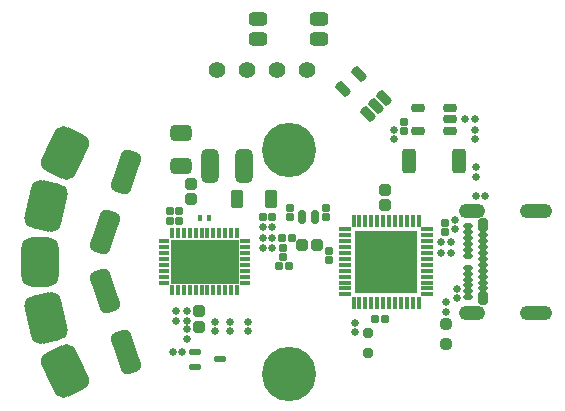
<source format=gts>
G04*
G04 #@! TF.GenerationSoftware,Altium Limited,Altium Designer,21.5.1 (32)*
G04*
G04 Layer_Color=8388736*
%FSLAX25Y25*%
%MOIN*%
G70*
G04*
G04 #@! TF.SameCoordinates,9F226A22-D70E-441E-867E-09538FDFB880*
G04*
G04*
G04 #@! TF.FilePolarity,Negative*
G04*
G01*
G75*
G04:AMPARAMS|DCode=23|XSize=31.5mil|YSize=31.5mil|CornerRadius=7.87mil|HoleSize=0mil|Usage=FLASHONLY|Rotation=90.000|XOffset=0mil|YOffset=0mil|HoleType=Round|Shape=RoundedRectangle|*
%AMROUNDEDRECTD23*
21,1,0.03150,0.01575,0,0,90.0*
21,1,0.01575,0.03150,0,0,90.0*
1,1,0.01575,0.00787,0.00787*
1,1,0.01575,0.00787,-0.00787*
1,1,0.01575,-0.00787,-0.00787*
1,1,0.01575,-0.00787,0.00787*
%
%ADD23ROUNDEDRECTD23*%
G04:AMPARAMS|DCode=32|XSize=15.75mil|YSize=19.68mil|CornerRadius=3.94mil|HoleSize=0mil|Usage=FLASHONLY|Rotation=180.000|XOffset=0mil|YOffset=0mil|HoleType=Round|Shape=RoundedRectangle|*
%AMROUNDEDRECTD32*
21,1,0.01575,0.01181,0,0,180.0*
21,1,0.00787,0.01968,0,0,180.0*
1,1,0.00787,-0.00394,0.00591*
1,1,0.00787,0.00394,0.00591*
1,1,0.00787,0.00394,-0.00591*
1,1,0.00787,-0.00394,-0.00591*
%
%ADD32ROUNDEDRECTD32*%
G04:AMPARAMS|DCode=33|XSize=53.33mil|YSize=71.11mil|CornerRadius=13.33mil|HoleSize=0mil|Usage=FLASHONLY|Rotation=270.000|XOffset=0mil|YOffset=0mil|HoleType=Round|Shape=RoundedRectangle|*
%AMROUNDEDRECTD33*
21,1,0.05333,0.04444,0,0,270.0*
21,1,0.02667,0.07111,0,0,270.0*
1,1,0.02667,-0.02222,-0.01333*
1,1,0.02667,-0.02222,0.01333*
1,1,0.02667,0.02222,0.01333*
1,1,0.02667,0.02222,-0.01333*
%
%ADD33ROUNDEDRECTD33*%
G04:AMPARAMS|DCode=34|XSize=41.34mil|YSize=62.99mil|CornerRadius=10.34mil|HoleSize=0mil|Usage=FLASHONLY|Rotation=0.000|XOffset=0mil|YOffset=0mil|HoleType=Round|Shape=RoundedRectangle|*
%AMROUNDEDRECTD34*
21,1,0.04134,0.04232,0,0,0.0*
21,1,0.02067,0.06299,0,0,0.0*
1,1,0.02067,0.01034,-0.02116*
1,1,0.02067,-0.01034,-0.02116*
1,1,0.02067,-0.01034,0.02116*
1,1,0.02067,0.01034,0.02116*
%
%ADD34ROUNDEDRECTD34*%
G04:AMPARAMS|DCode=47|XSize=45.37mil|YSize=33.56mil|CornerRadius=9.89mil|HoleSize=0mil|Usage=FLASHONLY|Rotation=90.000|XOffset=0mil|YOffset=0mil|HoleType=Round|Shape=RoundedRectangle|*
%AMROUNDEDRECTD47*
21,1,0.04537,0.01378,0,0,90.0*
21,1,0.02559,0.03356,0,0,90.0*
1,1,0.01978,0.00689,0.01280*
1,1,0.01978,0.00689,-0.01280*
1,1,0.01978,-0.00689,-0.01280*
1,1,0.01978,-0.00689,0.01280*
%
%ADD47ROUNDEDRECTD47*%
G04:AMPARAMS|DCode=48|XSize=17.81mil|YSize=33.56mil|CornerRadius=5.95mil|HoleSize=0mil|Usage=FLASHONLY|Rotation=90.000|XOffset=0mil|YOffset=0mil|HoleType=Round|Shape=RoundedRectangle|*
%AMROUNDEDRECTD48*
21,1,0.01781,0.02165,0,0,90.0*
21,1,0.00591,0.03356,0,0,90.0*
1,1,0.01191,0.01083,0.00295*
1,1,0.01191,0.01083,-0.00295*
1,1,0.01191,-0.01083,-0.00295*
1,1,0.01191,-0.01083,0.00295*
%
%ADD48ROUNDEDRECTD48*%
G04:AMPARAMS|DCode=49|XSize=41.43mil|YSize=39.47mil|CornerRadius=11.37mil|HoleSize=0mil|Usage=FLASHONLY|Rotation=180.000|XOffset=0mil|YOffset=0mil|HoleType=Round|Shape=RoundedRectangle|*
%AMROUNDEDRECTD49*
21,1,0.04143,0.01673,0,0,180.0*
21,1,0.01870,0.03947,0,0,180.0*
1,1,0.02273,-0.00935,0.00837*
1,1,0.02273,0.00935,0.00837*
1,1,0.02273,0.00935,-0.00837*
1,1,0.02273,-0.00935,-0.00837*
%
%ADD49ROUNDEDRECTD49*%
G04:AMPARAMS|DCode=50|XSize=27.26mil|YSize=28.84mil|CornerRadius=8.32mil|HoleSize=0mil|Usage=FLASHONLY|Rotation=0.000|XOffset=0mil|YOffset=0mil|HoleType=Round|Shape=RoundedRectangle|*
%AMROUNDEDRECTD50*
21,1,0.02726,0.01221,0,0,0.0*
21,1,0.01063,0.02884,0,0,0.0*
1,1,0.01663,0.00532,-0.00610*
1,1,0.01663,-0.00532,-0.00610*
1,1,0.01663,-0.00532,0.00610*
1,1,0.01663,0.00532,0.00610*
%
%ADD50ROUNDEDRECTD50*%
G04:AMPARAMS|DCode=51|XSize=27.26mil|YSize=28.84mil|CornerRadius=8.32mil|HoleSize=0mil|Usage=FLASHONLY|Rotation=270.000|XOffset=0mil|YOffset=0mil|HoleType=Round|Shape=RoundedRectangle|*
%AMROUNDEDRECTD51*
21,1,0.02726,0.01221,0,0,270.0*
21,1,0.01063,0.02884,0,0,270.0*
1,1,0.01663,-0.00610,-0.00532*
1,1,0.01663,-0.00610,0.00532*
1,1,0.01663,0.00610,0.00532*
1,1,0.01663,0.00610,-0.00532*
%
%ADD51ROUNDEDRECTD51*%
G04:AMPARAMS|DCode=52|XSize=41.43mil|YSize=39.47mil|CornerRadius=11.37mil|HoleSize=0mil|Usage=FLASHONLY|Rotation=90.000|XOffset=0mil|YOffset=0mil|HoleType=Round|Shape=RoundedRectangle|*
%AMROUNDEDRECTD52*
21,1,0.04143,0.01673,0,0,90.0*
21,1,0.01870,0.03947,0,0,90.0*
1,1,0.02273,0.00837,0.00935*
1,1,0.02273,0.00837,-0.00935*
1,1,0.02273,-0.00837,-0.00935*
1,1,0.02273,-0.00837,0.00935*
%
%ADD52ROUNDEDRECTD52*%
G04:AMPARAMS|DCode=53|XSize=37.5mil|YSize=37.5mil|CornerRadius=10.87mil|HoleSize=0mil|Usage=FLASHONLY|Rotation=90.000|XOffset=0mil|YOffset=0mil|HoleType=Round|Shape=RoundedRectangle|*
%AMROUNDEDRECTD53*
21,1,0.03750,0.01575,0,0,90.0*
21,1,0.01575,0.03750,0,0,90.0*
1,1,0.02175,0.00787,0.00787*
1,1,0.02175,0.00787,-0.00787*
1,1,0.02175,-0.00787,-0.00787*
1,1,0.02175,-0.00787,0.00787*
%
%ADD53ROUNDEDRECTD53*%
G04:AMPARAMS|DCode=54|XSize=23.72mil|YSize=23.72mil|CornerRadius=7.43mil|HoleSize=0mil|Usage=FLASHONLY|Rotation=0.000|XOffset=0mil|YOffset=0mil|HoleType=Round|Shape=RoundedRectangle|*
%AMROUNDEDRECTD54*
21,1,0.02372,0.00886,0,0,0.0*
21,1,0.00886,0.02372,0,0,0.0*
1,1,0.01486,0.00443,-0.00443*
1,1,0.01486,-0.00443,-0.00443*
1,1,0.01486,-0.00443,0.00443*
1,1,0.01486,0.00443,0.00443*
%
%ADD54ROUNDEDRECTD54*%
G04:AMPARAMS|DCode=55|XSize=45.37mil|YSize=63.09mil|CornerRadius=12.84mil|HoleSize=0mil|Usage=FLASHONLY|Rotation=90.000|XOffset=0mil|YOffset=0mil|HoleType=Round|Shape=RoundedRectangle|*
%AMROUNDEDRECTD55*
21,1,0.04537,0.03740,0,0,90.0*
21,1,0.01968,0.06309,0,0,90.0*
1,1,0.02568,0.01870,0.00984*
1,1,0.02568,0.01870,-0.00984*
1,1,0.02568,-0.01870,-0.00984*
1,1,0.02568,-0.01870,0.00984*
%
%ADD55ROUNDEDRECTD55*%
%ADD56O,0.04300X0.01542*%
%ADD57O,0.01542X0.04300*%
%ADD58R,0.20600X0.20600*%
G04:AMPARAMS|DCode=59|XSize=25.68mil|YSize=45.37mil|CornerRadius=7.92mil|HoleSize=0mil|Usage=FLASHONLY|Rotation=0.000|XOffset=0mil|YOffset=0mil|HoleType=Round|Shape=RoundedRectangle|*
%AMROUNDEDRECTD59*
21,1,0.02568,0.02953,0,0,0.0*
21,1,0.00984,0.04537,0,0,0.0*
1,1,0.01584,0.00492,-0.01476*
1,1,0.01584,-0.00492,-0.01476*
1,1,0.01584,-0.00492,0.01476*
1,1,0.01584,0.00492,0.01476*
%
%ADD59ROUNDEDRECTD59*%
G04:AMPARAMS|DCode=60|XSize=23.72mil|YSize=23.72mil|CornerRadius=7.43mil|HoleSize=0mil|Usage=FLASHONLY|Rotation=90.000|XOffset=0mil|YOffset=0mil|HoleType=Round|Shape=RoundedRectangle|*
%AMROUNDEDRECTD60*
21,1,0.02372,0.00886,0,0,90.0*
21,1,0.00886,0.02372,0,0,90.0*
1,1,0.01486,0.00443,0.00443*
1,1,0.01486,0.00443,-0.00443*
1,1,0.01486,-0.00443,-0.00443*
1,1,0.01486,-0.00443,0.00443*
%
%ADD60ROUNDEDRECTD60*%
%ADD61O,0.01535X0.03504*%
%ADD62O,0.03504X0.01535*%
%ADD63R,0.22992X0.15118*%
G04:AMPARAMS|DCode=64|XSize=21.75mil|YSize=39.47mil|CornerRadius=6.94mil|HoleSize=0mil|Usage=FLASHONLY|Rotation=90.000|XOffset=0mil|YOffset=0mil|HoleType=Round|Shape=RoundedRectangle|*
%AMROUNDEDRECTD64*
21,1,0.02175,0.02559,0,0,90.0*
21,1,0.00787,0.03947,0,0,90.0*
1,1,0.01387,0.01280,0.00394*
1,1,0.01387,0.01280,-0.00394*
1,1,0.01387,-0.01280,-0.00394*
1,1,0.01387,-0.01280,0.00394*
%
%ADD64ROUNDEDRECTD64*%
G04:AMPARAMS|DCode=65|XSize=113.09mil|YSize=56.79mil|CornerRadius=15.7mil|HoleSize=0mil|Usage=FLASHONLY|Rotation=270.000|XOffset=0mil|YOffset=0mil|HoleType=Round|Shape=RoundedRectangle|*
%AMROUNDEDRECTD65*
21,1,0.11309,0.02539,0,0,270.0*
21,1,0.08169,0.05679,0,0,270.0*
1,1,0.03139,-0.01270,-0.04085*
1,1,0.03139,-0.01270,0.04085*
1,1,0.03139,0.01270,0.04085*
1,1,0.03139,0.01270,-0.04085*
%
%ADD65ROUNDEDRECTD65*%
G04:AMPARAMS|DCode=66|XSize=82.77mil|YSize=49.31mil|CornerRadius=13.83mil|HoleSize=0mil|Usage=FLASHONLY|Rotation=90.000|XOffset=0mil|YOffset=0mil|HoleType=Round|Shape=RoundedRectangle|*
%AMROUNDEDRECTD66*
21,1,0.08277,0.02165,0,0,90.0*
21,1,0.05512,0.04931,0,0,90.0*
1,1,0.02765,0.01083,0.02756*
1,1,0.02765,0.01083,-0.02756*
1,1,0.02765,-0.01083,-0.02756*
1,1,0.02765,-0.01083,0.02756*
%
%ADD66ROUNDEDRECTD66*%
G04:AMPARAMS|DCode=67|XSize=27.65mil|YSize=43.4mil|CornerRadius=8.41mil|HoleSize=0mil|Usage=FLASHONLY|Rotation=270.000|XOffset=0mil|YOffset=0mil|HoleType=Round|Shape=RoundedRectangle|*
%AMROUNDEDRECTD67*
21,1,0.02765,0.02657,0,0,270.0*
21,1,0.01083,0.04340,0,0,270.0*
1,1,0.01683,-0.01329,-0.00541*
1,1,0.01683,-0.01329,0.00541*
1,1,0.01683,0.01329,0.00541*
1,1,0.01683,0.01329,-0.00541*
%
%ADD67ROUNDEDRECTD67*%
G04:AMPARAMS|DCode=68|XSize=31.59mil|YSize=53.24mil|CornerRadius=9.4mil|HoleSize=0mil|Usage=FLASHONLY|Rotation=225.000|XOffset=0mil|YOffset=0mil|HoleType=Round|Shape=RoundedRectangle|*
%AMROUNDEDRECTD68*
21,1,0.03159,0.03445,0,0,225.0*
21,1,0.01280,0.05324,0,0,225.0*
1,1,0.01880,-0.01670,0.00766*
1,1,0.01880,-0.00766,0.01670*
1,1,0.01880,0.01670,-0.00766*
1,1,0.01880,0.00766,-0.01670*
%
%ADD68ROUNDEDRECTD68*%
G04:AMPARAMS|DCode=69|XSize=163.48mil|YSize=124.11mil|CornerRadius=32.53mil|HoleSize=0mil|Usage=FLASHONLY|Rotation=244.000|XOffset=0mil|YOffset=0mil|HoleType=Round|Shape=RoundedRectangle|*
%AMROUNDEDRECTD69*
21,1,0.16348,0.05906,0,0,244.0*
21,1,0.09843,0.12411,0,0,244.0*
1,1,0.06506,-0.04811,-0.03129*
1,1,0.06506,-0.00497,0.05718*
1,1,0.06506,0.04811,0.03129*
1,1,0.06506,0.00497,-0.05718*
%
%ADD69ROUNDEDRECTD69*%
G04:AMPARAMS|DCode=70|XSize=163.48mil|YSize=124.11mil|CornerRadius=32.53mil|HoleSize=0mil|Usage=FLASHONLY|Rotation=257.000|XOffset=0mil|YOffset=0mil|HoleType=Round|Shape=RoundedRectangle|*
%AMROUNDEDRECTD70*
21,1,0.16348,0.05906,0,0,257.0*
21,1,0.09843,0.12411,0,0,257.0*
1,1,0.06506,-0.03984,-0.04131*
1,1,0.06506,-0.01770,0.05459*
1,1,0.06506,0.03984,0.04131*
1,1,0.06506,0.01770,-0.05459*
%
%ADD70ROUNDEDRECTD70*%
G04:AMPARAMS|DCode=71|XSize=163.48mil|YSize=124.11mil|CornerRadius=32.53mil|HoleSize=0mil|Usage=FLASHONLY|Rotation=270.000|XOffset=0mil|YOffset=0mil|HoleType=Round|Shape=RoundedRectangle|*
%AMROUNDEDRECTD71*
21,1,0.16348,0.05906,0,0,270.0*
21,1,0.09843,0.12411,0,0,270.0*
1,1,0.06506,-0.02953,-0.04921*
1,1,0.06506,-0.02953,0.04921*
1,1,0.06506,0.02953,0.04921*
1,1,0.06506,0.02953,-0.04921*
%
%ADD71ROUNDEDRECTD71*%
G04:AMPARAMS|DCode=72|XSize=163.48mil|YSize=124.11mil|CornerRadius=32.53mil|HoleSize=0mil|Usage=FLASHONLY|Rotation=283.000|XOffset=0mil|YOffset=0mil|HoleType=Round|Shape=RoundedRectangle|*
%AMROUNDEDRECTD72*
21,1,0.16348,0.05906,0,0,283.0*
21,1,0.09843,0.12411,0,0,283.0*
1,1,0.06506,-0.01770,-0.05459*
1,1,0.06506,-0.03984,0.04131*
1,1,0.06506,0.01770,0.05459*
1,1,0.06506,0.03984,-0.04131*
%
%ADD72ROUNDEDRECTD72*%
G04:AMPARAMS|DCode=73|XSize=163.48mil|YSize=124.11mil|CornerRadius=32.53mil|HoleSize=0mil|Usage=FLASHONLY|Rotation=296.000|XOffset=0mil|YOffset=0mil|HoleType=Round|Shape=RoundedRectangle|*
%AMROUNDEDRECTD73*
21,1,0.16348,0.05906,0,0,296.0*
21,1,0.09843,0.12411,0,0,296.0*
1,1,0.06506,-0.00497,-0.05718*
1,1,0.06506,-0.04811,0.03129*
1,1,0.06506,0.00497,0.05718*
1,1,0.06506,0.04811,-0.03129*
%
%ADD73ROUNDEDRECTD73*%
G04:AMPARAMS|DCode=74|XSize=68.99mil|YSize=145.76mil|CornerRadius=18.75mil|HoleSize=0mil|Usage=FLASHONLY|Rotation=341.000|XOffset=0mil|YOffset=0mil|HoleType=Round|Shape=RoundedRectangle|*
%AMROUNDEDRECTD74*
21,1,0.06899,0.10827,0,0,341.0*
21,1,0.03150,0.14576,0,0,341.0*
1,1,0.03750,-0.00273,-0.05631*
1,1,0.03750,-0.03251,-0.04606*
1,1,0.03750,0.00273,0.05631*
1,1,0.03750,0.03251,0.04606*
%
%ADD74ROUNDEDRECTD74*%
G04:AMPARAMS|DCode=75|XSize=68.99mil|YSize=145.76mil|CornerRadius=18.75mil|HoleSize=0mil|Usage=FLASHONLY|Rotation=19.000|XOffset=0mil|YOffset=0mil|HoleType=Round|Shape=RoundedRectangle|*
%AMROUNDEDRECTD75*
21,1,0.06899,0.10827,0,0,19.0*
21,1,0.03150,0.14576,0,0,19.0*
1,1,0.03750,0.03251,-0.04606*
1,1,0.03750,0.00273,-0.05631*
1,1,0.03750,-0.03251,0.04606*
1,1,0.03750,-0.00273,0.05631*
%
%ADD75ROUNDEDRECTD75*%
G04:AMPARAMS|DCode=76|XSize=49.31mil|YSize=108.36mil|CornerRadius=24.65mil|HoleSize=0mil|Usage=FLASHONLY|Rotation=90.000|XOffset=0mil|YOffset=0mil|HoleType=Round|Shape=RoundedRectangle|*
%AMROUNDEDRECTD76*
21,1,0.04931,0.05906,0,0,90.0*
21,1,0.00000,0.10836,0,0,90.0*
1,1,0.04931,0.02953,0.00000*
1,1,0.04931,0.02953,0.00000*
1,1,0.04931,-0.02953,0.00000*
1,1,0.04931,-0.02953,0.00000*
%
%ADD76ROUNDEDRECTD76*%
G04:AMPARAMS|DCode=77|XSize=49.31mil|YSize=88.68mil|CornerRadius=24.65mil|HoleSize=0mil|Usage=FLASHONLY|Rotation=90.000|XOffset=0mil|YOffset=0mil|HoleType=Round|Shape=RoundedRectangle|*
%AMROUNDEDRECTD77*
21,1,0.04931,0.03937,0,0,90.0*
21,1,0.00000,0.08868,0,0,90.0*
1,1,0.04931,0.01968,0.00000*
1,1,0.04931,0.01968,0.00000*
1,1,0.04931,-0.01968,0.00000*
1,1,0.04931,-0.01968,0.00000*
%
%ADD77ROUNDEDRECTD77*%
%ADD78C,0.05521*%
%ADD79C,0.18100*%
%ADD80C,0.01800*%
D23*
X26500Y-30248D02*
D03*
Y-23752D02*
D03*
D32*
X-26425Y14500D02*
D03*
X-29575D02*
D03*
D33*
X-36000Y42917D02*
D03*
Y32083D02*
D03*
D34*
X-5693Y21000D02*
D03*
X-17307D02*
D03*
D47*
X64776Y12205D02*
D03*
Y-12205D02*
D03*
D48*
Y-8858D02*
D03*
Y-6890D02*
D03*
Y-4921D02*
D03*
Y-2953D02*
D03*
Y-984D02*
D03*
Y984D02*
D03*
Y2953D02*
D03*
Y4921D02*
D03*
Y6890D02*
D03*
Y8858D02*
D03*
X59658Y11811D02*
D03*
Y9843D02*
D03*
Y7874D02*
D03*
Y5906D02*
D03*
Y3937D02*
D03*
Y1969D02*
D03*
Y-1969D02*
D03*
Y-3937D02*
D03*
Y-5906D02*
D03*
Y-7874D02*
D03*
Y-9843D02*
D03*
Y-11811D02*
D03*
D49*
X32000Y24059D02*
D03*
Y18941D02*
D03*
X-32500Y26059D02*
D03*
Y20941D02*
D03*
X-30000Y-16441D02*
D03*
Y-21559D02*
D03*
D50*
X13500Y465D02*
D03*
Y3535D02*
D03*
X52000Y13035D02*
D03*
Y9965D02*
D03*
X12500Y14965D02*
D03*
Y18035D02*
D03*
X500Y14965D02*
D03*
Y18035D02*
D03*
X-2000Y4535D02*
D03*
Y1465D02*
D03*
X38500Y43465D02*
D03*
Y46535D02*
D03*
D51*
X28965Y-19000D02*
D03*
X32035D02*
D03*
X-2035Y8000D02*
D03*
X1035D02*
D03*
X-5465Y15000D02*
D03*
X-8535D02*
D03*
X-36465Y13500D02*
D03*
X-39535D02*
D03*
X-36465Y17000D02*
D03*
X-39535D02*
D03*
X-3035Y-1500D02*
D03*
X35D02*
D03*
D52*
X9559Y5500D02*
D03*
X4441D02*
D03*
D53*
X52500Y-27248D02*
D03*
Y-20752D02*
D03*
D54*
Y-13425D02*
D03*
Y-16575D02*
D03*
X-37500Y-19575D02*
D03*
Y-16425D02*
D03*
X-13500Y-23075D02*
D03*
Y-19925D02*
D03*
X55500Y14075D02*
D03*
Y10925D02*
D03*
X56000Y-8925D02*
D03*
Y-12075D02*
D03*
X-24500Y-23075D02*
D03*
Y-19925D02*
D03*
X-19500Y-23075D02*
D03*
Y-19925D02*
D03*
X-34000Y-16425D02*
D03*
Y-19575D02*
D03*
Y-22425D02*
D03*
Y-25575D02*
D03*
X22000Y-23500D02*
D03*
Y-20350D02*
D03*
X62500Y28425D02*
D03*
Y31575D02*
D03*
X35000Y44075D02*
D03*
Y40925D02*
D03*
X62000Y44075D02*
D03*
Y40925D02*
D03*
D55*
X10138Y80847D02*
D03*
Y74154D02*
D03*
X-10138Y80847D02*
D03*
Y74154D02*
D03*
D56*
X18856Y6890D02*
D03*
Y2953D02*
D03*
Y984D02*
D03*
Y-984D02*
D03*
Y-2953D02*
D03*
Y-4921D02*
D03*
Y-6890D02*
D03*
Y-8858D02*
D03*
Y-10827D02*
D03*
X46144D02*
D03*
Y-8858D02*
D03*
Y-6890D02*
D03*
Y-4921D02*
D03*
Y-2953D02*
D03*
Y-984D02*
D03*
Y984D02*
D03*
Y2953D02*
D03*
Y4921D02*
D03*
Y6890D02*
D03*
Y8858D02*
D03*
Y10827D02*
D03*
X18856Y8858D02*
D03*
Y4921D02*
D03*
Y10827D02*
D03*
D57*
X21673Y-13644D02*
D03*
X23642D02*
D03*
X25610D02*
D03*
X27579D02*
D03*
X29547D02*
D03*
X31516D02*
D03*
X33484D02*
D03*
X35453D02*
D03*
X37421D02*
D03*
X39390D02*
D03*
X41358D02*
D03*
X43327D02*
D03*
Y13644D02*
D03*
X41358D02*
D03*
X39390D02*
D03*
X37421D02*
D03*
X35453D02*
D03*
X33484D02*
D03*
X31516D02*
D03*
X29547D02*
D03*
X27579D02*
D03*
X25610D02*
D03*
X23642D02*
D03*
X21673D02*
D03*
D58*
X32500Y0D02*
D03*
D59*
X4335Y15000D02*
D03*
X8665D02*
D03*
D60*
X50925Y3000D02*
D03*
X54075D02*
D03*
X50925Y6500D02*
D03*
X54075D02*
D03*
X-8575Y11500D02*
D03*
X-5425D02*
D03*
X-8575Y8000D02*
D03*
X-5425D02*
D03*
X-8575Y4500D02*
D03*
X-5425D02*
D03*
X-35425Y-30000D02*
D03*
X-38575D02*
D03*
X65575Y22000D02*
D03*
X62425D02*
D03*
X62075Y47500D02*
D03*
X58925D02*
D03*
D61*
X-17173Y9449D02*
D03*
X-19142D02*
D03*
X-21110D02*
D03*
X-23079D02*
D03*
X-25047D02*
D03*
X-27016D02*
D03*
X-28984D02*
D03*
X-30953D02*
D03*
X-32921D02*
D03*
X-34890D02*
D03*
X-36858D02*
D03*
X-38827D02*
D03*
Y-9449D02*
D03*
X-36858D02*
D03*
X-34890D02*
D03*
X-32921D02*
D03*
X-30953D02*
D03*
X-28984D02*
D03*
X-27016D02*
D03*
X-25047D02*
D03*
X-23079D02*
D03*
X-21110D02*
D03*
X-19142D02*
D03*
X-17173D02*
D03*
D62*
X-41386Y6890D02*
D03*
Y4921D02*
D03*
Y2953D02*
D03*
Y984D02*
D03*
Y-984D02*
D03*
Y-2953D02*
D03*
Y-4921D02*
D03*
Y-6890D02*
D03*
X-14614D02*
D03*
Y-4921D02*
D03*
Y-2953D02*
D03*
Y-984D02*
D03*
Y984D02*
D03*
Y2953D02*
D03*
Y4921D02*
D03*
Y6890D02*
D03*
D63*
X-28000Y0D02*
D03*
D64*
X-31134Y-29941D02*
D03*
Y-35059D02*
D03*
X-22866Y-32500D02*
D03*
D65*
X-26032Y32000D02*
D03*
X-14968D02*
D03*
D66*
X40035Y33500D02*
D03*
X56965D02*
D03*
D67*
X53815Y43760D02*
D03*
Y47500D02*
D03*
Y51240D02*
D03*
X43185D02*
D03*
Y43760D02*
D03*
D68*
X26461Y49249D02*
D03*
X29106Y51894D02*
D03*
X31751Y54539D02*
D03*
X23539Y62751D02*
D03*
X18249Y57462D02*
D03*
D69*
X-74600Y36385D02*
D03*
D70*
X-80873Y18671D02*
D03*
D71*
X-83000Y0D02*
D03*
D72*
X-80873Y-18671D02*
D03*
D73*
X-74600Y-36385D02*
D03*
D74*
X-54216Y29910D02*
D03*
X-61137Y9809D02*
D03*
D75*
Y-9809D02*
D03*
X-54216Y-29910D02*
D03*
D76*
X82374Y17008D02*
D03*
Y-17008D02*
D03*
D77*
X61272Y17008D02*
D03*
Y-17008D02*
D03*
D78*
X-24000Y64000D02*
D03*
X-14000D02*
D03*
X-4000D02*
D03*
X6000D02*
D03*
D79*
X0Y-37402D02*
D03*
Y37402D02*
D03*
D80*
X-76326Y32846D02*
D03*
X-72874Y39923D02*
D03*
X-74600Y36385D02*
D03*
X-79864Y34572D02*
D03*
X-76413Y41649D02*
D03*
X-78139Y38111D02*
D03*
X-72787Y31120D02*
D03*
X-69336Y38197D02*
D03*
X-71061Y34659D02*
D03*
X-81758Y14835D02*
D03*
X-79987Y22507D02*
D03*
X-80873Y18671D02*
D03*
X-85594Y15721D02*
D03*
X-83823Y23393D02*
D03*
X-84709Y19557D02*
D03*
X-77922Y13949D02*
D03*
X-76151Y21621D02*
D03*
X-77037Y17785D02*
D03*
X-83000Y-3937D02*
D03*
Y3937D02*
D03*
Y0D02*
D03*
X-86937Y-3937D02*
D03*
Y3937D02*
D03*
Y0D02*
D03*
X-79063Y-3937D02*
D03*
Y3937D02*
D03*
Y0D02*
D03*
X-79987Y-22507D02*
D03*
X-81758Y-14835D02*
D03*
X-80873Y-18671D02*
D03*
X-83823Y-23393D02*
D03*
X-85594Y-15721D02*
D03*
X-84709Y-19557D02*
D03*
X-76151Y-21621D02*
D03*
X-77922Y-13949D02*
D03*
X-77037Y-17785D02*
D03*
X-72874Y-39923D02*
D03*
X-76326Y-32846D02*
D03*
X-74600Y-36385D02*
D03*
X-76413Y-41649D02*
D03*
X-79864Y-34572D02*
D03*
X-78139Y-38111D02*
D03*
X-69336Y-38197D02*
D03*
X-72787Y-31120D02*
D03*
X-71061Y-34659D02*
D03*
M02*

</source>
